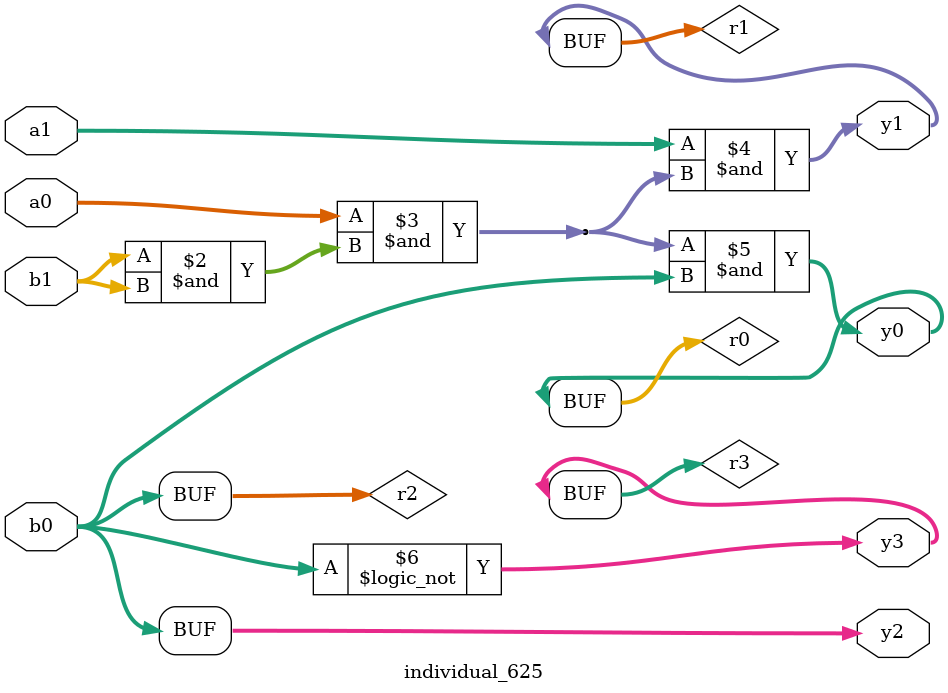
<source format=sv>
module individual_625(input logic [15:0] a1, input logic [15:0] a0, input logic [15:0] b1, input logic [15:0] b0, output logic [15:0] y3, output logic [15:0] y2, output logic [15:0] y1, output logic [15:0] y0);
logic [15:0] r0, r1, r2, r3; 
 always@(*) begin 
	 r0 = a0; r1 = a1; r2 = b0; r3 = b1; 
 	 r3  &=  r3 ;
 	 r0  &=  r3 ;
 	 r1  &=  r0 ;
 	 r0  &=  r2 ;
 	 r3 = ! r2 ;
 	 y3 = r3; y2 = r2; y1 = r1; y0 = r0; 
end
endmodule
</source>
